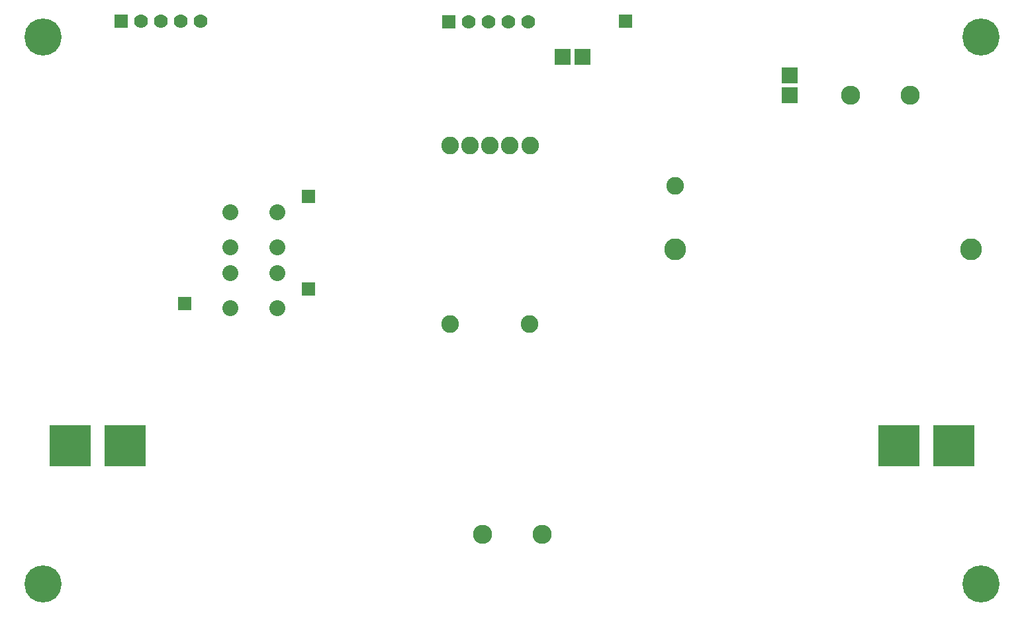
<source format=gbr>
G04 EasyPC Gerber Version 21.0.3 Build 4286 *
%FSLAX35Y35*%
%MOMM*%
%ADD130R,1.77800X1.77800*%
%ADD136R,2.03200X2.03200*%
%ADD141R,5.25400X5.25400*%
%ADD131C,1.77800*%
%ADD138C,2.03200*%
%ADD134C,2.25400*%
%ADD139C,2.45400*%
%ADD135C,2.79400*%
%ADD137C,4.75400*%
X0Y0D02*
D02*
D130*
X1507650Y7706350D03*
X2315650Y4091670D03*
X3905650Y5461670D03*
X3906350Y4281670D03*
X5698350Y7701670D03*
X7955650Y7706350D03*
D02*
D131*
X1761650D03*
X2015650D03*
X2269650D03*
X2523650D03*
X5952350Y7701670D03*
X6206350D03*
X6460350D03*
X6714350D03*
D02*
D134*
X5717840Y3835080D03*
Y6121080D03*
X5971840D03*
X6225840D03*
X6479840D03*
X6733840Y3835080D03*
X6735650Y6121080D03*
X8593790Y5601240D03*
D02*
D135*
Y4791240D03*
X12375790D03*
D02*
D136*
X7151650Y7251670D03*
X7405650D03*
X10055650Y6757670D03*
Y7011670D03*
D02*
D137*
X506350Y506350D03*
Y7506350D03*
X12506350Y506350D03*
Y7506350D03*
D02*
D138*
X2905650Y4811670D03*
Y5261670D03*
X2906350Y4031670D03*
Y4481670D03*
X3505650Y4811670D03*
Y5261670D03*
X3506350Y4031670D03*
Y4481670D03*
D02*
D139*
X6125350Y1141670D03*
X6887350D03*
X10834650Y6761670D03*
X11596650D03*
D02*
D141*
X856350Y2271670D03*
X1556350D03*
X11456350D03*
X12156350D03*
X0Y0D02*
M02*

</source>
